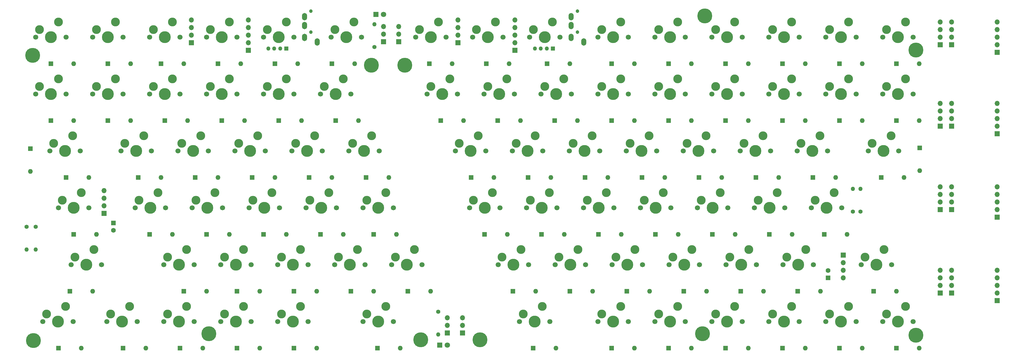
<source format=gts>
%TF.GenerationSoftware,KiCad,Pcbnew,(5.1.7)-1*%
%TF.CreationDate,2020-12-27T21:22:25+09:00*%
%TF.ProjectId,skb_i2c_lefthand,736b625f-6932-4635-9f6c-65667468616e,rev?*%
%TF.SameCoordinates,Original*%
%TF.FileFunction,Soldermask,Top*%
%TF.FilePolarity,Negative*%
%FSLAX46Y46*%
G04 Gerber Fmt 4.6, Leading zero omitted, Abs format (unit mm)*
G04 Created by KiCad (PCBNEW (5.1.7)-1) date 2020-12-27 21:22:25*
%MOMM*%
%LPD*%
G01*
G04 APERTURE LIST*
%ADD10C,3.980180*%
%ADD11C,2.950000*%
%ADD12C,1.700000*%
%ADD13C,5.000000*%
%ADD14R,1.700000X1.700000*%
%ADD15O,1.700000X1.700000*%
%ADD16C,1.800000*%
%ADD17R,1.800000X1.800000*%
%ADD18R,1.600000X1.600000*%
%ADD19O,1.600000X1.600000*%
%ADD20C,1.600000*%
%ADD21C,1.200000*%
%ADD22O,1.700000X2.500000*%
%ADD23O,1.350000X1.350000*%
%ADD24R,1.350000X1.350000*%
%ADD25C,1.400000*%
%ADD26O,1.400000X1.400000*%
G04 APERTURE END LIST*
D10*
%TO.C,SW83*%
X321405250Y-57150000D03*
D11*
X323945250Y-52070000D03*
X317595250Y-54610000D03*
D12*
X326485250Y-57150000D03*
X316325250Y-57150000D03*
%TD*%
D13*
%TO.C,Ref\u002A\u002A*%
X256032000Y-137414000D03*
%TD*%
%TO.C,Ref\u002A\u002A*%
X256794000Y-30988000D03*
%TD*%
%TO.C,Ref\u002A\u002A*%
X90932000Y-137414000D03*
%TD*%
%TO.C,Ref\u002A\u002A*%
X32004000Y-44196000D03*
%TD*%
%TO.C,Ref\u002A\u002A*%
X145288000Y-47498000D03*
%TD*%
%TO.C,Ref\u002A\u002A*%
X327406000Y-137922000D03*
%TD*%
%TO.C,Ref\u002A\u002A*%
X156464000Y-47498000D03*
%TD*%
%TO.C,Ref\u002A\u002A*%
X327406000Y-42418000D03*
%TD*%
%TO.C,Ref\u002A\u002A*%
X32258000Y-139700000D03*
%TD*%
%TO.C,Ref\u002A\u002A*%
X181610000Y-139446000D03*
%TD*%
%TO.C,Ref\u002A\u002A*%
X161798000Y-139446000D03*
%TD*%
D10*
%TO.C,SW2*%
X38100000Y-57150000D03*
D11*
X40640000Y-52070000D03*
X34290000Y-54610000D03*
D12*
X43180000Y-57150000D03*
X33020000Y-57150000D03*
%TD*%
D14*
%TO.C,J10*%
X154432000Y-39624000D03*
D15*
X154432000Y-37084000D03*
X154432000Y-34544000D03*
%TD*%
D14*
%TO.C,J9*%
X175768000Y-137160000D03*
D15*
X175768000Y-134620000D03*
X175768000Y-132080000D03*
%TD*%
%TO.C,J8*%
X149352000Y-34544000D03*
X149352000Y-37084000D03*
D14*
X149352000Y-39624000D03*
%TD*%
D15*
%TO.C,J7*%
X170688000Y-132080000D03*
X170688000Y-134620000D03*
D14*
X170688000Y-137160000D03*
%TD*%
D16*
%TO.C,D85*%
X149352000Y-30480000D03*
D17*
X146812000Y-30480000D03*
%TD*%
D16*
%TO.C,D84*%
X170688000Y-141224000D03*
D17*
X168148000Y-141224000D03*
%TD*%
D14*
%TO.C,J_PIKO4*%
X339344000Y-95885000D03*
D15*
X339344000Y-93345000D03*
X339344000Y-90805000D03*
X339344000Y-88265000D03*
%TD*%
D14*
%TO.C,J_PIKO_4E4*%
X335534000Y-123825000D03*
D15*
X335534000Y-121285000D03*
X335534000Y-118745000D03*
X335534000Y-116205000D03*
%TD*%
D14*
%TO.C,J_PIKO_4E3*%
X339344000Y-67945000D03*
D15*
X339344000Y-65405000D03*
X339344000Y-62865000D03*
X339344000Y-60325000D03*
%TD*%
D14*
%TO.C,J_PIKO_4E2*%
X335534000Y-40640000D03*
D15*
X335534000Y-38100000D03*
X335534000Y-35560000D03*
X335534000Y-33020000D03*
%TD*%
D14*
%TO.C,J_PIKO_4E1*%
X335534000Y-95885000D03*
D15*
X335534000Y-93345000D03*
X335534000Y-90805000D03*
X335534000Y-88265000D03*
%TD*%
D14*
%TO.C,J_PIKO_5*%
X354584000Y-70485000D03*
D15*
X354584000Y-67945000D03*
X354584000Y-65405000D03*
X354584000Y-62865000D03*
X354584000Y-60325000D03*
%TD*%
D14*
%TO.C,J_PIKO_3*%
X354584000Y-126365000D03*
D15*
X354584000Y-123825000D03*
X354584000Y-121285000D03*
X354584000Y-118745000D03*
X354584000Y-116205000D03*
%TD*%
D14*
%TO.C,J_PIKO_2*%
X354584000Y-98425000D03*
D15*
X354584000Y-95885000D03*
X354584000Y-93345000D03*
X354584000Y-90805000D03*
X354584000Y-88265000D03*
%TD*%
D14*
%TO.C,J_PIKO_1*%
X354584000Y-43180000D03*
D15*
X354584000Y-40640000D03*
X354584000Y-38100000D03*
X354584000Y-35560000D03*
X354584000Y-33020000D03*
%TD*%
D14*
%TO.C,J_PIKO3*%
X339344000Y-123825000D03*
D15*
X339344000Y-121285000D03*
X339344000Y-118745000D03*
X339344000Y-116205000D03*
%TD*%
D14*
%TO.C,J_PIKO2*%
X335534000Y-67945000D03*
D15*
X335534000Y-65405000D03*
X335534000Y-62865000D03*
X335534000Y-60325000D03*
%TD*%
D14*
%TO.C,J_PIKO1*%
X339344000Y-40640000D03*
D15*
X339344000Y-38100000D03*
X339344000Y-35560000D03*
X339344000Y-33020000D03*
%TD*%
D18*
%TO.C,SW85*%
X328676000Y-75184000D03*
D19*
X328676000Y-82804000D03*
%TD*%
%TO.C,SW84*%
X31242000Y-83058000D03*
D18*
X31242000Y-75438000D03*
%TD*%
D10*
%TO.C,SW52*%
X221392750Y-95250000D03*
D11*
X223932750Y-90170000D03*
X217582750Y-92710000D03*
D12*
X226472750Y-95250000D03*
X216312750Y-95250000D03*
%TD*%
D10*
%TO.C,SW25*%
X114300000Y-38100000D03*
D11*
X116840000Y-33020000D03*
X110490000Y-35560000D03*
D12*
X119380000Y-38100000D03*
X109220000Y-38100000D03*
%TD*%
D10*
%TO.C,SW11*%
X80962500Y-114300000D03*
D11*
X83502500Y-109220000D03*
X77152500Y-111760000D03*
D12*
X86042500Y-114300000D03*
X75882500Y-114300000D03*
%TD*%
D10*
%TO.C,SW12*%
X61912500Y-133350000D03*
D11*
X64452500Y-128270000D03*
X58102500Y-130810000D03*
D12*
X66992500Y-133350000D03*
X56832500Y-133350000D03*
%TD*%
D19*
%TO.C,D32*%
X140970000Y-66040000D03*
D18*
X133350000Y-66040000D03*
%TD*%
D10*
%TO.C,SW32*%
X133350000Y-57150000D03*
D11*
X135890000Y-52070000D03*
X129540000Y-54610000D03*
D12*
X138430000Y-57150000D03*
X128270000Y-57150000D03*
%TD*%
D10*
%TO.C,SW36*%
X147637500Y-133350000D03*
D11*
X150177500Y-128270000D03*
X143827500Y-130810000D03*
D12*
X152717500Y-133350000D03*
X142557500Y-133350000D03*
%TD*%
D10*
%TO.C,SW35*%
X157162500Y-114300000D03*
D11*
X159702500Y-109220000D03*
X153352500Y-111760000D03*
D12*
X162242500Y-114300000D03*
X152082500Y-114300000D03*
%TD*%
D10*
%TO.C,SW34*%
X147637500Y-95250000D03*
D11*
X150177500Y-90170000D03*
X143827500Y-92710000D03*
D12*
X152717500Y-95250000D03*
X142557500Y-95250000D03*
%TD*%
D10*
%TO.C,SW33*%
X142875000Y-76200000D03*
D11*
X145415000Y-71120000D03*
X139065000Y-73660000D03*
D12*
X147955000Y-76200000D03*
X137795000Y-76200000D03*
%TD*%
D10*
%TO.C,SW31*%
X136921875Y-38100000D03*
D11*
X139461875Y-33020000D03*
X133111875Y-35560000D03*
D12*
X142001875Y-38100000D03*
X131841875Y-38100000D03*
%TD*%
D10*
%TO.C,SW30*%
X119062500Y-133350000D03*
D11*
X121602500Y-128270000D03*
X115252500Y-130810000D03*
D12*
X124142500Y-133350000D03*
X113982500Y-133350000D03*
%TD*%
D10*
%TO.C,SW29*%
X138112500Y-114300000D03*
D11*
X140652500Y-109220000D03*
X134302500Y-111760000D03*
D12*
X143192500Y-114300000D03*
X133032500Y-114300000D03*
%TD*%
D10*
%TO.C,SW28*%
X128587500Y-95250000D03*
D11*
X131127500Y-90170000D03*
X124777500Y-92710000D03*
D12*
X133667500Y-95250000D03*
X123507500Y-95250000D03*
%TD*%
D10*
%TO.C,SW27*%
X123825000Y-76200000D03*
D11*
X126365000Y-71120000D03*
X120015000Y-73660000D03*
D12*
X128905000Y-76200000D03*
X118745000Y-76200000D03*
%TD*%
D10*
%TO.C,SW26*%
X114300000Y-57150000D03*
D11*
X116840000Y-52070000D03*
X110490000Y-54610000D03*
D12*
X119380000Y-57150000D03*
X109220000Y-57150000D03*
%TD*%
D10*
%TO.C,SW24*%
X100012500Y-133350000D03*
D11*
X102552500Y-128270000D03*
X96202500Y-130810000D03*
D12*
X105092500Y-133350000D03*
X94932500Y-133350000D03*
%TD*%
D10*
%TO.C,SW23*%
X119062500Y-114300000D03*
D11*
X121602500Y-109220000D03*
X115252500Y-111760000D03*
D12*
X124142500Y-114300000D03*
X113982500Y-114300000D03*
%TD*%
D10*
%TO.C,SW22*%
X109537500Y-95250000D03*
D11*
X112077500Y-90170000D03*
X105727500Y-92710000D03*
D12*
X114617500Y-95250000D03*
X104457500Y-95250000D03*
%TD*%
D10*
%TO.C,SW21*%
X104775000Y-76200000D03*
D11*
X107315000Y-71120000D03*
X100965000Y-73660000D03*
D12*
X109855000Y-76200000D03*
X99695000Y-76200000D03*
%TD*%
D10*
%TO.C,SW20*%
X95250000Y-57150000D03*
D11*
X97790000Y-52070000D03*
X91440000Y-54610000D03*
D12*
X100330000Y-57150000D03*
X90170000Y-57150000D03*
%TD*%
D10*
%TO.C,SW19*%
X95250000Y-38100000D03*
D11*
X97790000Y-33020000D03*
X91440000Y-35560000D03*
D12*
X100330000Y-38100000D03*
X90170000Y-38100000D03*
%TD*%
D10*
%TO.C,SW18*%
X80962500Y-133350000D03*
D11*
X83502500Y-128270000D03*
X77152500Y-130810000D03*
D12*
X86042500Y-133350000D03*
X75882500Y-133350000D03*
%TD*%
D10*
%TO.C,SW17*%
X100012500Y-114300000D03*
D11*
X102552500Y-109220000D03*
X96202500Y-111760000D03*
D12*
X105092500Y-114300000D03*
X94932500Y-114300000D03*
%TD*%
D10*
%TO.C,SW16*%
X90487500Y-95250000D03*
D11*
X93027500Y-90170000D03*
X86677500Y-92710000D03*
D12*
X95567500Y-95250000D03*
X85407500Y-95250000D03*
%TD*%
D10*
%TO.C,SW15*%
X85725000Y-76200000D03*
D11*
X88265000Y-71120000D03*
X81915000Y-73660000D03*
D12*
X90805000Y-76200000D03*
X80645000Y-76200000D03*
%TD*%
D10*
%TO.C,SW14*%
X76200000Y-57150000D03*
D11*
X78740000Y-52070000D03*
X72390000Y-54610000D03*
D12*
X81280000Y-57150000D03*
X71120000Y-57150000D03*
%TD*%
D10*
%TO.C,SW13*%
X76200000Y-38100000D03*
D11*
X78740000Y-33020000D03*
X72390000Y-35560000D03*
D12*
X81280000Y-38100000D03*
X71120000Y-38100000D03*
%TD*%
D10*
%TO.C,SW10*%
X71437500Y-95250000D03*
D11*
X73977500Y-90170000D03*
X67627500Y-92710000D03*
D12*
X76517500Y-95250000D03*
X66357500Y-95250000D03*
%TD*%
D10*
%TO.C,SW9*%
X66675000Y-76200000D03*
D11*
X69215000Y-71120000D03*
X62865000Y-73660000D03*
D12*
X71755000Y-76200000D03*
X61595000Y-76200000D03*
%TD*%
D10*
%TO.C,SW8*%
X57150000Y-57150000D03*
D11*
X59690000Y-52070000D03*
X53340000Y-54610000D03*
D12*
X62230000Y-57150000D03*
X52070000Y-57150000D03*
%TD*%
D10*
%TO.C,SW7*%
X57150000Y-38100000D03*
D11*
X59690000Y-33020000D03*
X53340000Y-35560000D03*
D12*
X62230000Y-38100000D03*
X52070000Y-38100000D03*
%TD*%
D10*
%TO.C,SW6*%
X40481250Y-133350000D03*
D11*
X43021250Y-128270000D03*
X36671250Y-130810000D03*
D12*
X45561250Y-133350000D03*
X35401250Y-133350000D03*
%TD*%
D10*
%TO.C,SW5*%
X50006250Y-114300000D03*
D11*
X52546250Y-109220000D03*
X46196250Y-111760000D03*
D12*
X55086250Y-114300000D03*
X44926250Y-114300000D03*
%TD*%
D10*
%TO.C,SW4*%
X45720000Y-95250000D03*
D11*
X48260000Y-90170000D03*
X41910000Y-92710000D03*
D12*
X50800000Y-95250000D03*
X40640000Y-95250000D03*
%TD*%
D10*
%TO.C,SW3*%
X42862500Y-76200000D03*
D11*
X45402500Y-71120000D03*
X39052500Y-73660000D03*
D12*
X47942500Y-76200000D03*
X37782500Y-76200000D03*
%TD*%
D10*
%TO.C,SW1*%
X38100000Y-38100000D03*
D11*
X40640000Y-33020000D03*
X34290000Y-35560000D03*
D12*
X43180000Y-38100000D03*
X33020000Y-38100000D03*
%TD*%
D19*
%TO.C,D1*%
X45720000Y-46990000D03*
D18*
X38100000Y-46990000D03*
%TD*%
D19*
%TO.C,D2*%
X45720000Y-66040000D03*
D18*
X38100000Y-66040000D03*
%TD*%
D19*
%TO.C,D3*%
X50800000Y-85090000D03*
D18*
X43180000Y-85090000D03*
%TD*%
D19*
%TO.C,D4*%
X53340000Y-104140000D03*
D18*
X45720000Y-104140000D03*
%TD*%
D19*
%TO.C,D5*%
X52070000Y-123190000D03*
D18*
X44450000Y-123190000D03*
%TD*%
D19*
%TO.C,D6*%
X48260000Y-142240000D03*
D18*
X40640000Y-142240000D03*
%TD*%
D19*
%TO.C,D7*%
X64770000Y-46990000D03*
D18*
X57150000Y-46990000D03*
%TD*%
D19*
%TO.C,D8*%
X64770000Y-66040000D03*
D18*
X57150000Y-66040000D03*
%TD*%
D19*
%TO.C,D9*%
X74930000Y-85090000D03*
D18*
X67310000Y-85090000D03*
%TD*%
D19*
%TO.C,D10*%
X78740000Y-104140000D03*
D18*
X71120000Y-104140000D03*
%TD*%
D19*
%TO.C,D11*%
X90170000Y-123190000D03*
D18*
X82550000Y-123190000D03*
%TD*%
D19*
%TO.C,D12*%
X69850000Y-142240000D03*
D18*
X62230000Y-142240000D03*
%TD*%
D19*
%TO.C,D13*%
X82550000Y-46990000D03*
D18*
X74930000Y-46990000D03*
%TD*%
D19*
%TO.C,D14*%
X83820000Y-66040000D03*
D18*
X76200000Y-66040000D03*
%TD*%
D19*
%TO.C,D15*%
X93980000Y-85090000D03*
D18*
X86360000Y-85090000D03*
%TD*%
D19*
%TO.C,D16*%
X97790000Y-104140000D03*
D18*
X90170000Y-104140000D03*
%TD*%
D19*
%TO.C,D17*%
X107950000Y-123190000D03*
D18*
X100330000Y-123190000D03*
%TD*%
D19*
%TO.C,D18*%
X88900000Y-142240000D03*
D18*
X81280000Y-142240000D03*
%TD*%
D19*
%TO.C,D19*%
X101600000Y-46990000D03*
D18*
X93980000Y-46990000D03*
%TD*%
D19*
%TO.C,D20*%
X102870000Y-66040000D03*
D18*
X95250000Y-66040000D03*
%TD*%
D19*
%TO.C,D21*%
X113030000Y-85090000D03*
D18*
X105410000Y-85090000D03*
%TD*%
D19*
%TO.C,D22*%
X116840000Y-104140000D03*
D18*
X109220000Y-104140000D03*
%TD*%
D19*
%TO.C,D23*%
X127000000Y-123190000D03*
D18*
X119380000Y-123190000D03*
%TD*%
D19*
%TO.C,D24*%
X107950000Y-142240000D03*
D18*
X100330000Y-142240000D03*
%TD*%
D19*
%TO.C,D25*%
X120650000Y-46990000D03*
D18*
X113030000Y-46990000D03*
%TD*%
D19*
%TO.C,D26*%
X121920000Y-66040000D03*
D18*
X114300000Y-66040000D03*
%TD*%
D19*
%TO.C,D27*%
X132080000Y-85090000D03*
D18*
X124460000Y-85090000D03*
%TD*%
D19*
%TO.C,D28*%
X135890000Y-104140000D03*
D18*
X128270000Y-104140000D03*
%TD*%
D19*
%TO.C,D29*%
X146050000Y-123190000D03*
D18*
X138430000Y-123190000D03*
%TD*%
D19*
%TO.C,D30*%
X127000000Y-142240000D03*
D18*
X119380000Y-142240000D03*
%TD*%
D19*
%TO.C,D31*%
X139700000Y-46990000D03*
D18*
X132080000Y-46990000D03*
%TD*%
D19*
%TO.C,D33*%
X151130000Y-85090000D03*
D18*
X143510000Y-85090000D03*
%TD*%
D19*
%TO.C,D34*%
X153670000Y-104140000D03*
D18*
X146050000Y-104140000D03*
%TD*%
D19*
%TO.C,D35*%
X165100000Y-123190000D03*
D18*
X157480000Y-123190000D03*
%TD*%
D19*
%TO.C,D36*%
X154940000Y-142240000D03*
D18*
X147320000Y-142240000D03*
%TD*%
D20*
%TO.C,C1*%
X59055000Y-102830000D03*
D18*
X59055000Y-100330000D03*
%TD*%
D20*
%TO.C,C2*%
X298069000Y-116245000D03*
D18*
X298069000Y-118745000D03*
%TD*%
D19*
%TO.C,D37*%
X172339000Y-46990000D03*
D18*
X164719000Y-46990000D03*
%TD*%
%TO.C,D38*%
X168529000Y-66040000D03*
D19*
X176149000Y-66040000D03*
%TD*%
D18*
%TO.C,D39*%
X178689000Y-85090000D03*
D19*
X186309000Y-85090000D03*
%TD*%
%TO.C,D40*%
X190754000Y-104140000D03*
D18*
X183134000Y-104140000D03*
%TD*%
D19*
%TO.C,D41*%
X200279000Y-123190000D03*
D18*
X192659000Y-123190000D03*
%TD*%
%TO.C,D42*%
X199390000Y-142240000D03*
D19*
X207010000Y-142240000D03*
%TD*%
%TO.C,D43*%
X191389000Y-46990000D03*
D18*
X183769000Y-46990000D03*
%TD*%
D19*
%TO.C,D44*%
X195199000Y-66040000D03*
D18*
X187579000Y-66040000D03*
%TD*%
D19*
%TO.C,D45*%
X205359000Y-85090000D03*
D18*
X197739000Y-85090000D03*
%TD*%
%TO.C,D46*%
X202184000Y-104140000D03*
D19*
X209804000Y-104140000D03*
%TD*%
%TO.C,D47*%
X219329000Y-123190000D03*
D18*
X211709000Y-123190000D03*
%TD*%
D19*
%TO.C,D48*%
X233299000Y-142240000D03*
D18*
X225679000Y-142240000D03*
%TD*%
D19*
%TO.C,D49*%
X211709000Y-46990000D03*
D18*
X204089000Y-46990000D03*
%TD*%
D19*
%TO.C,D50*%
X214249000Y-66040000D03*
D18*
X206629000Y-66040000D03*
%TD*%
D19*
%TO.C,D51*%
X224409000Y-85090000D03*
D18*
X216789000Y-85090000D03*
%TD*%
%TO.C,D52*%
X221234000Y-104140000D03*
D19*
X228854000Y-104140000D03*
%TD*%
%TO.C,D53*%
X238379000Y-123190000D03*
D18*
X230759000Y-123190000D03*
%TD*%
%TO.C,D54*%
X244729000Y-142240000D03*
D19*
X252349000Y-142240000D03*
%TD*%
D18*
%TO.C,D55*%
X225679000Y-46990000D03*
D19*
X233299000Y-46990000D03*
%TD*%
D18*
%TO.C,D56*%
X225679000Y-66040000D03*
D19*
X233299000Y-66040000D03*
%TD*%
D18*
%TO.C,D57*%
X235839000Y-85090000D03*
D19*
X243459000Y-85090000D03*
%TD*%
D18*
%TO.C,D58*%
X240284000Y-104140000D03*
D19*
X247904000Y-104140000D03*
%TD*%
D18*
%TO.C,D59*%
X249809000Y-123190000D03*
D19*
X257429000Y-123190000D03*
%TD*%
D18*
%TO.C,D60*%
X263779000Y-142240000D03*
D19*
X271399000Y-142240000D03*
%TD*%
%TO.C,D61*%
X252349000Y-46990000D03*
D18*
X244729000Y-46990000D03*
%TD*%
%TO.C,D62*%
X244729000Y-66040000D03*
D19*
X252349000Y-66040000D03*
%TD*%
D18*
%TO.C,D63*%
X254889000Y-85090000D03*
D19*
X262509000Y-85090000D03*
%TD*%
%TO.C,D64*%
X266954000Y-104140000D03*
D18*
X259334000Y-104140000D03*
%TD*%
D19*
%TO.C,D65*%
X276479000Y-123190000D03*
D18*
X268859000Y-123190000D03*
%TD*%
D19*
%TO.C,D66*%
X290449000Y-142240000D03*
D18*
X282829000Y-142240000D03*
%TD*%
%TO.C,D67*%
X263779000Y-46990000D03*
D19*
X271399000Y-46990000D03*
%TD*%
%TO.C,D68*%
X271399000Y-66040000D03*
D18*
X263779000Y-66040000D03*
%TD*%
D19*
%TO.C,D69*%
X281559000Y-85090000D03*
D18*
X273939000Y-85090000D03*
%TD*%
%TO.C,D70*%
X278384000Y-104140000D03*
D19*
X286004000Y-104140000D03*
%TD*%
D18*
%TO.C,D71*%
X287909000Y-123190000D03*
D19*
X295529000Y-123190000D03*
%TD*%
D18*
%TO.C,D72*%
X301879000Y-142240000D03*
D19*
X309499000Y-142240000D03*
%TD*%
%TO.C,D73*%
X290449000Y-46990000D03*
D18*
X282829000Y-46990000D03*
%TD*%
%TO.C,D74*%
X282829000Y-66040000D03*
D19*
X290449000Y-66040000D03*
%TD*%
%TO.C,D75*%
X300609000Y-85090000D03*
D18*
X292989000Y-85090000D03*
%TD*%
D19*
%TO.C,D76*%
X304419000Y-104140000D03*
D18*
X296799000Y-104140000D03*
%TD*%
%TO.C,D77*%
X313309000Y-123190000D03*
D19*
X320929000Y-123190000D03*
%TD*%
%TO.C,D78*%
X328549000Y-142240000D03*
D18*
X320929000Y-142240000D03*
%TD*%
%TO.C,D79*%
X301879000Y-46990000D03*
D19*
X309499000Y-46990000D03*
%TD*%
%TO.C,D80*%
X309499000Y-66040000D03*
D18*
X301879000Y-66040000D03*
%TD*%
%TO.C,D81*%
X315849000Y-85090000D03*
D19*
X323469000Y-85090000D03*
%TD*%
%TO.C,D82*%
X328549000Y-46990000D03*
D18*
X320929000Y-46990000D03*
%TD*%
%TO.C,D83*%
X320929000Y-66040000D03*
D19*
X328549000Y-66040000D03*
%TD*%
D21*
%TO.C,J1*%
X125095000Y-29440000D03*
X125095000Y-36440000D03*
D22*
X122995000Y-31240000D03*
X122995000Y-34240000D03*
X122995000Y-38240000D03*
X127195000Y-39740000D03*
%TD*%
D14*
%TO.C,J2*%
X104140000Y-42545000D03*
D15*
X104140000Y-40005000D03*
X104140000Y-37465000D03*
X104140000Y-34925000D03*
X104140000Y-32385000D03*
%TD*%
D23*
%TO.C,J3*%
X110840000Y-41910000D03*
X112840000Y-41910000D03*
X114840000Y-41910000D03*
D24*
X116840000Y-41910000D03*
%TD*%
D14*
%TO.C,J4*%
X55880000Y-97155000D03*
D15*
X55880000Y-94615000D03*
X55880000Y-92075000D03*
X55880000Y-89535000D03*
%TD*%
%TO.C,J5*%
X85090000Y-32385000D03*
X85090000Y-34925000D03*
X85090000Y-37465000D03*
D14*
X85090000Y-40005000D03*
%TD*%
%TO.C,J6*%
X303149000Y-111125000D03*
D15*
X303149000Y-113665000D03*
X303149000Y-116205000D03*
X303149000Y-118745000D03*
%TD*%
D21*
%TO.C,J2_TRRS1*%
X214249000Y-29440000D03*
X214249000Y-36440000D03*
D22*
X212149000Y-31240000D03*
X212149000Y-34240000D03*
X212149000Y-38240000D03*
X216349000Y-39740000D03*
%TD*%
D14*
%TO.C,J3_PIKO_L1*%
X193294000Y-42545000D03*
D15*
X193294000Y-40005000D03*
X193294000Y-37465000D03*
X193294000Y-34925000D03*
X193294000Y-32385000D03*
%TD*%
%TO.C,J3_PIKO_R1*%
X174244000Y-32385000D03*
X174244000Y-34925000D03*
X174244000Y-37465000D03*
D14*
X174244000Y-40005000D03*
%TD*%
D23*
%TO.C,J4_GROVE1*%
X199994000Y-41910000D03*
X201994000Y-41910000D03*
X203994000Y-41910000D03*
D24*
X205994000Y-41910000D03*
%TD*%
D25*
%TO.C,R1*%
X29972000Y-101600000D03*
D26*
X29972000Y-109220000D03*
%TD*%
%TO.C,R2*%
X33020000Y-109220000D03*
D25*
X33020000Y-101600000D03*
%TD*%
%TO.C,R3*%
X308864000Y-96520000D03*
D26*
X308864000Y-88900000D03*
%TD*%
%TO.C,R4*%
X306324000Y-88900000D03*
D25*
X306324000Y-96520000D03*
%TD*%
D10*
%TO.C,SW37*%
X165195250Y-38100000D03*
D11*
X167735250Y-33020000D03*
X161385250Y-35560000D03*
D12*
X170275250Y-38100000D03*
X160115250Y-38100000D03*
%TD*%
%TO.C,SW38*%
X163925250Y-57150000D03*
X174085250Y-57150000D03*
D11*
X165195250Y-54610000D03*
X171545250Y-52070000D03*
D10*
X169005250Y-57150000D03*
%TD*%
D12*
%TO.C,SW39*%
X173450250Y-76200000D03*
X183610250Y-76200000D03*
D11*
X174720250Y-73660000D03*
X181070250Y-71120000D03*
D10*
X178530250Y-76200000D03*
%TD*%
%TO.C,SW40*%
X183292750Y-95250000D03*
D11*
X185832750Y-90170000D03*
X179482750Y-92710000D03*
D12*
X188372750Y-95250000D03*
X178212750Y-95250000D03*
%TD*%
%TO.C,SW41*%
X187737750Y-114300000D03*
X197897750Y-114300000D03*
D11*
X189007750Y-111760000D03*
X195357750Y-109220000D03*
D10*
X192817750Y-114300000D03*
%TD*%
%TO.C,SW42*%
X199961500Y-133350000D03*
D11*
X202501500Y-128270000D03*
X196151500Y-130810000D03*
D12*
X205041500Y-133350000D03*
X194881500Y-133350000D03*
%TD*%
D10*
%TO.C,SW43*%
X184245250Y-38100000D03*
D11*
X186785250Y-33020000D03*
X180435250Y-35560000D03*
D12*
X189325250Y-38100000D03*
X179165250Y-38100000D03*
%TD*%
D10*
%TO.C,SW44*%
X188055250Y-57150000D03*
D11*
X190595250Y-52070000D03*
X184245250Y-54610000D03*
D12*
X193135250Y-57150000D03*
X182975250Y-57150000D03*
%TD*%
%TO.C,SW45*%
X192500250Y-76200000D03*
X202660250Y-76200000D03*
D11*
X193770250Y-73660000D03*
X200120250Y-71120000D03*
D10*
X197580250Y-76200000D03*
%TD*%
D12*
%TO.C,SW46*%
X197262750Y-95250000D03*
X207422750Y-95250000D03*
D11*
X198532750Y-92710000D03*
X204882750Y-90170000D03*
D10*
X202342750Y-95250000D03*
%TD*%
%TO.C,SW47*%
X211867750Y-114300000D03*
D11*
X214407750Y-109220000D03*
X208057750Y-111760000D03*
D12*
X216947750Y-114300000D03*
X206787750Y-114300000D03*
%TD*%
%TO.C,SW48*%
X221075250Y-133350000D03*
X231235250Y-133350000D03*
D11*
X222345250Y-130810000D03*
X228695250Y-128270000D03*
D10*
X226155250Y-133350000D03*
%TD*%
%TO.C,SW49*%
X203295250Y-38100000D03*
D11*
X205835250Y-33020000D03*
X199485250Y-35560000D03*
D12*
X208375250Y-38100000D03*
X198215250Y-38100000D03*
%TD*%
D10*
%TO.C,SW50*%
X207105250Y-57150000D03*
D11*
X209645250Y-52070000D03*
X203295250Y-54610000D03*
D12*
X212185250Y-57150000D03*
X202025250Y-57150000D03*
%TD*%
D10*
%TO.C,SW51*%
X216630250Y-76200000D03*
D11*
X219170250Y-71120000D03*
X212820250Y-73660000D03*
D12*
X221710250Y-76200000D03*
X211550250Y-76200000D03*
%TD*%
%TO.C,SW53*%
X225837750Y-114300000D03*
X235997750Y-114300000D03*
D11*
X227107750Y-111760000D03*
X233457750Y-109220000D03*
D10*
X230917750Y-114300000D03*
%TD*%
%TO.C,SW54*%
X245205250Y-133350000D03*
D11*
X247745250Y-128270000D03*
X241395250Y-130810000D03*
D12*
X250285250Y-133350000D03*
X240125250Y-133350000D03*
%TD*%
%TO.C,SW55*%
X221075250Y-38100000D03*
X231235250Y-38100000D03*
D11*
X222345250Y-35560000D03*
X228695250Y-33020000D03*
D10*
X226155250Y-38100000D03*
%TD*%
%TO.C,SW56*%
X226155250Y-57150000D03*
D11*
X228695250Y-52070000D03*
X222345250Y-54610000D03*
D12*
X231235250Y-57150000D03*
X221075250Y-57150000D03*
%TD*%
%TO.C,SW57*%
X230600250Y-76200000D03*
X240760250Y-76200000D03*
D11*
X231870250Y-73660000D03*
X238220250Y-71120000D03*
D10*
X235680250Y-76200000D03*
%TD*%
D12*
%TO.C,SW58*%
X235362750Y-95250000D03*
X245522750Y-95250000D03*
D11*
X236632750Y-92710000D03*
X242982750Y-90170000D03*
D10*
X240442750Y-95250000D03*
%TD*%
D12*
%TO.C,SW59*%
X244887750Y-114300000D03*
X255047750Y-114300000D03*
D11*
X246157750Y-111760000D03*
X252507750Y-109220000D03*
D10*
X249967750Y-114300000D03*
%TD*%
%TO.C,SW60*%
X264255250Y-133350000D03*
D11*
X266795250Y-128270000D03*
X260445250Y-130810000D03*
D12*
X269335250Y-133350000D03*
X259175250Y-133350000D03*
%TD*%
D10*
%TO.C,SW61*%
X245205250Y-38100000D03*
D11*
X247745250Y-33020000D03*
X241395250Y-35560000D03*
D12*
X250285250Y-38100000D03*
X240125250Y-38100000D03*
%TD*%
%TO.C,SW62*%
X240125250Y-57150000D03*
X250285250Y-57150000D03*
D11*
X241395250Y-54610000D03*
X247745250Y-52070000D03*
D10*
X245205250Y-57150000D03*
%TD*%
D12*
%TO.C,SW63*%
X249650250Y-76200000D03*
X259810250Y-76200000D03*
D11*
X250920250Y-73660000D03*
X257270250Y-71120000D03*
D10*
X254730250Y-76200000D03*
%TD*%
D12*
%TO.C,SW64*%
X254412750Y-95250000D03*
X264572750Y-95250000D03*
D11*
X255682750Y-92710000D03*
X262032750Y-90170000D03*
D10*
X259492750Y-95250000D03*
%TD*%
%TO.C,SW65*%
X269017750Y-114300000D03*
D11*
X271557750Y-109220000D03*
X265207750Y-111760000D03*
D12*
X274097750Y-114300000D03*
X263937750Y-114300000D03*
%TD*%
%TO.C,SW66*%
X278225250Y-133350000D03*
X288385250Y-133350000D03*
D11*
X279495250Y-130810000D03*
X285845250Y-128270000D03*
D10*
X283305250Y-133350000D03*
%TD*%
D12*
%TO.C,SW67*%
X259175250Y-38100000D03*
X269335250Y-38100000D03*
D11*
X260445250Y-35560000D03*
X266795250Y-33020000D03*
D10*
X264255250Y-38100000D03*
%TD*%
%TO.C,SW68*%
X264255250Y-57150000D03*
D11*
X266795250Y-52070000D03*
X260445250Y-54610000D03*
D12*
X269335250Y-57150000D03*
X259175250Y-57150000D03*
%TD*%
D10*
%TO.C,SW69*%
X273780250Y-76200000D03*
D11*
X276320250Y-71120000D03*
X269970250Y-73660000D03*
D12*
X278860250Y-76200000D03*
X268700250Y-76200000D03*
%TD*%
%TO.C,SW70*%
X273462750Y-95250000D03*
X283622750Y-95250000D03*
D11*
X274732750Y-92710000D03*
X281082750Y-90170000D03*
D10*
X278542750Y-95250000D03*
%TD*%
%TO.C,SW71*%
X288067750Y-114300000D03*
D11*
X290607750Y-109220000D03*
X284257750Y-111760000D03*
D12*
X293147750Y-114300000D03*
X282987750Y-114300000D03*
%TD*%
D10*
%TO.C,SW72*%
X302355250Y-133350000D03*
D11*
X304895250Y-128270000D03*
X298545250Y-130810000D03*
D12*
X307435250Y-133350000D03*
X297275250Y-133350000D03*
%TD*%
%TO.C,SW73*%
X278225250Y-38100000D03*
X288385250Y-38100000D03*
D11*
X279495250Y-35560000D03*
X285845250Y-33020000D03*
D10*
X283305250Y-38100000D03*
%TD*%
D12*
%TO.C,SW74*%
X278225250Y-57150000D03*
X288385250Y-57150000D03*
D11*
X279495250Y-54610000D03*
X285845250Y-52070000D03*
D10*
X283305250Y-57150000D03*
%TD*%
D12*
%TO.C,SW75*%
X287750250Y-76200000D03*
X297910250Y-76200000D03*
D11*
X289020250Y-73660000D03*
X295370250Y-71120000D03*
D10*
X292830250Y-76200000D03*
%TD*%
%TO.C,SW76*%
X297592750Y-95250000D03*
D11*
X300132750Y-90170000D03*
X293782750Y-92710000D03*
D12*
X302672750Y-95250000D03*
X292512750Y-95250000D03*
%TD*%
%TO.C,SW77*%
X309181500Y-114300000D03*
X319341500Y-114300000D03*
D11*
X310451500Y-111760000D03*
X316801500Y-109220000D03*
D10*
X314261500Y-114300000D03*
%TD*%
D12*
%TO.C,SW78*%
X316325250Y-133350000D03*
X326485250Y-133350000D03*
D11*
X317595250Y-130810000D03*
X323945250Y-128270000D03*
D10*
X321405250Y-133350000D03*
%TD*%
%TO.C,SW79*%
X302355250Y-38100000D03*
D11*
X304895250Y-33020000D03*
X298545250Y-35560000D03*
D12*
X307435250Y-38100000D03*
X297275250Y-38100000D03*
%TD*%
D10*
%TO.C,SW80*%
X302355250Y-57150000D03*
D11*
X304895250Y-52070000D03*
X298545250Y-54610000D03*
D12*
X307435250Y-57150000D03*
X297275250Y-57150000D03*
%TD*%
D10*
%TO.C,SW81*%
X316642750Y-76200000D03*
D11*
X319182750Y-71120000D03*
X312832750Y-73660000D03*
D12*
X321722750Y-76200000D03*
X311562750Y-76200000D03*
%TD*%
%TO.C,SW82*%
X316325250Y-38100000D03*
X326485250Y-38100000D03*
D11*
X317595250Y-35560000D03*
X323945250Y-33020000D03*
D10*
X321405250Y-38100000D03*
%TD*%
D26*
%TO.C,R5*%
X167640000Y-137668000D03*
D25*
X167640000Y-130048000D03*
%TD*%
%TO.C,R6*%
X146304000Y-41402000D03*
D26*
X146304000Y-33782000D03*
%TD*%
M02*

</source>
